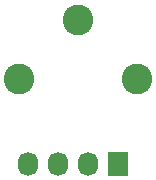
<source format=gbr>
G04 #@! TF.FileFunction,Copper,L2,Bot,Signal*
%FSLAX46Y46*%
G04 Gerber Fmt 4.6, Leading zero omitted, Abs format (unit mm)*
G04 Created by KiCad (PCBNEW 4.0.6) date Tue May 30 16:02:55 2017*
%MOMM*%
%LPD*%
G01*
G04 APERTURE LIST*
%ADD10C,0.100000*%
%ADD11C,2.600000*%
%ADD12R,1.727200X2.032000*%
%ADD13O,1.727200X2.032000*%
G04 APERTURE END LIST*
D10*
D11*
X156200000Y-86600000D03*
X146200000Y-86600000D03*
X151200000Y-81600000D03*
D12*
X154600000Y-93800000D03*
D13*
X152060000Y-93800000D03*
X149520000Y-93800000D03*
X146980000Y-93800000D03*
M02*

</source>
